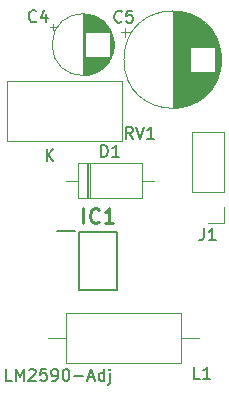
<source format=gbr>
%TF.GenerationSoftware,KiCad,Pcbnew,8.0.1-rc1*%
%TF.CreationDate,2024-11-19T18:39:50-08:00*%
%TF.ProjectId,LM2597-Adj,4c4d3235-3937-42d4-9164-6a2e6b696361,rev?*%
%TF.SameCoordinates,Original*%
%TF.FileFunction,Legend,Top*%
%TF.FilePolarity,Positive*%
%FSLAX46Y46*%
G04 Gerber Fmt 4.6, Leading zero omitted, Abs format (unit mm)*
G04 Created by KiCad (PCBNEW 8.0.1-rc1) date 2024-11-19 18:39:50*
%MOMM*%
%LPD*%
G01*
G04 APERTURE LIST*
%ADD10C,0.150000*%
%ADD11C,0.254000*%
%ADD12C,0.120000*%
%ADD13C,0.200000*%
%ADD14C,1.440000*%
%ADD15R,2.200000X2.200000*%
%ADD16O,2.200000X2.200000*%
%ADD17R,1.600000X1.600000*%
%ADD18C,1.600000*%
%ADD19R,1.700000X1.700000*%
%ADD20O,1.700000X1.700000*%
%ADD21C,2.000000*%
%ADD22O,2.000000X2.000000*%
%ADD23R,1.528000X0.650000*%
G04 APERTURE END LIST*
D10*
X160276990Y-95038246D02*
X159800800Y-95038246D01*
X159800800Y-95038246D02*
X159800800Y-94038246D01*
X160610324Y-95038246D02*
X160610324Y-94038246D01*
X160610324Y-94038246D02*
X160943657Y-94752531D01*
X160943657Y-94752531D02*
X161276990Y-94038246D01*
X161276990Y-94038246D02*
X161276990Y-95038246D01*
X161705562Y-94133484D02*
X161753181Y-94085865D01*
X161753181Y-94085865D02*
X161848419Y-94038246D01*
X161848419Y-94038246D02*
X162086514Y-94038246D01*
X162086514Y-94038246D02*
X162181752Y-94085865D01*
X162181752Y-94085865D02*
X162229371Y-94133484D01*
X162229371Y-94133484D02*
X162276990Y-94228722D01*
X162276990Y-94228722D02*
X162276990Y-94323960D01*
X162276990Y-94323960D02*
X162229371Y-94466817D01*
X162229371Y-94466817D02*
X161657943Y-95038246D01*
X161657943Y-95038246D02*
X162276990Y-95038246D01*
X163181752Y-94038246D02*
X162705562Y-94038246D01*
X162705562Y-94038246D02*
X162657943Y-94514436D01*
X162657943Y-94514436D02*
X162705562Y-94466817D01*
X162705562Y-94466817D02*
X162800800Y-94419198D01*
X162800800Y-94419198D02*
X163038895Y-94419198D01*
X163038895Y-94419198D02*
X163134133Y-94466817D01*
X163134133Y-94466817D02*
X163181752Y-94514436D01*
X163181752Y-94514436D02*
X163229371Y-94609674D01*
X163229371Y-94609674D02*
X163229371Y-94847769D01*
X163229371Y-94847769D02*
X163181752Y-94943007D01*
X163181752Y-94943007D02*
X163134133Y-94990627D01*
X163134133Y-94990627D02*
X163038895Y-95038246D01*
X163038895Y-95038246D02*
X162800800Y-95038246D01*
X162800800Y-95038246D02*
X162705562Y-94990627D01*
X162705562Y-94990627D02*
X162657943Y-94943007D01*
X163705562Y-95038246D02*
X163896038Y-95038246D01*
X163896038Y-95038246D02*
X163991276Y-94990627D01*
X163991276Y-94990627D02*
X164038895Y-94943007D01*
X164038895Y-94943007D02*
X164134133Y-94800150D01*
X164134133Y-94800150D02*
X164181752Y-94609674D01*
X164181752Y-94609674D02*
X164181752Y-94228722D01*
X164181752Y-94228722D02*
X164134133Y-94133484D01*
X164134133Y-94133484D02*
X164086514Y-94085865D01*
X164086514Y-94085865D02*
X163991276Y-94038246D01*
X163991276Y-94038246D02*
X163800800Y-94038246D01*
X163800800Y-94038246D02*
X163705562Y-94085865D01*
X163705562Y-94085865D02*
X163657943Y-94133484D01*
X163657943Y-94133484D02*
X163610324Y-94228722D01*
X163610324Y-94228722D02*
X163610324Y-94466817D01*
X163610324Y-94466817D02*
X163657943Y-94562055D01*
X163657943Y-94562055D02*
X163705562Y-94609674D01*
X163705562Y-94609674D02*
X163800800Y-94657293D01*
X163800800Y-94657293D02*
X163991276Y-94657293D01*
X163991276Y-94657293D02*
X164086514Y-94609674D01*
X164086514Y-94609674D02*
X164134133Y-94562055D01*
X164134133Y-94562055D02*
X164181752Y-94466817D01*
X164800800Y-94038246D02*
X164896038Y-94038246D01*
X164896038Y-94038246D02*
X164991276Y-94085865D01*
X164991276Y-94085865D02*
X165038895Y-94133484D01*
X165038895Y-94133484D02*
X165086514Y-94228722D01*
X165086514Y-94228722D02*
X165134133Y-94419198D01*
X165134133Y-94419198D02*
X165134133Y-94657293D01*
X165134133Y-94657293D02*
X165086514Y-94847769D01*
X165086514Y-94847769D02*
X165038895Y-94943007D01*
X165038895Y-94943007D02*
X164991276Y-94990627D01*
X164991276Y-94990627D02*
X164896038Y-95038246D01*
X164896038Y-95038246D02*
X164800800Y-95038246D01*
X164800800Y-95038246D02*
X164705562Y-94990627D01*
X164705562Y-94990627D02*
X164657943Y-94943007D01*
X164657943Y-94943007D02*
X164610324Y-94847769D01*
X164610324Y-94847769D02*
X164562705Y-94657293D01*
X164562705Y-94657293D02*
X164562705Y-94419198D01*
X164562705Y-94419198D02*
X164610324Y-94228722D01*
X164610324Y-94228722D02*
X164657943Y-94133484D01*
X164657943Y-94133484D02*
X164705562Y-94085865D01*
X164705562Y-94085865D02*
X164800800Y-94038246D01*
X165562705Y-94657293D02*
X166324610Y-94657293D01*
X166753181Y-94752531D02*
X167229371Y-94752531D01*
X166657943Y-95038246D02*
X166991276Y-94038246D01*
X166991276Y-94038246D02*
X167324609Y-95038246D01*
X168086514Y-95038246D02*
X168086514Y-94038246D01*
X168086514Y-94990627D02*
X167991276Y-95038246D01*
X167991276Y-95038246D02*
X167800800Y-95038246D01*
X167800800Y-95038246D02*
X167705562Y-94990627D01*
X167705562Y-94990627D02*
X167657943Y-94943007D01*
X167657943Y-94943007D02*
X167610324Y-94847769D01*
X167610324Y-94847769D02*
X167610324Y-94562055D01*
X167610324Y-94562055D02*
X167657943Y-94466817D01*
X167657943Y-94466817D02*
X167705562Y-94419198D01*
X167705562Y-94419198D02*
X167800800Y-94371579D01*
X167800800Y-94371579D02*
X167991276Y-94371579D01*
X167991276Y-94371579D02*
X168086514Y-94419198D01*
X168562705Y-94371579D02*
X168562705Y-95228722D01*
X168562705Y-95228722D02*
X168515086Y-95323960D01*
X168515086Y-95323960D02*
X168419848Y-95371579D01*
X168419848Y-95371579D02*
X168372229Y-95371579D01*
X168562705Y-94038246D02*
X168515086Y-94085865D01*
X168515086Y-94085865D02*
X168562705Y-94133484D01*
X168562705Y-94133484D02*
X168610324Y-94085865D01*
X168610324Y-94085865D02*
X168562705Y-94038246D01*
X168562705Y-94038246D02*
X168562705Y-94133484D01*
X170487544Y-74548344D02*
X170154211Y-74072153D01*
X169916116Y-74548344D02*
X169916116Y-73548344D01*
X169916116Y-73548344D02*
X170297068Y-73548344D01*
X170297068Y-73548344D02*
X170392306Y-73595963D01*
X170392306Y-73595963D02*
X170439925Y-73643582D01*
X170439925Y-73643582D02*
X170487544Y-73738820D01*
X170487544Y-73738820D02*
X170487544Y-73881677D01*
X170487544Y-73881677D02*
X170439925Y-73976915D01*
X170439925Y-73976915D02*
X170392306Y-74024534D01*
X170392306Y-74024534D02*
X170297068Y-74072153D01*
X170297068Y-74072153D02*
X169916116Y-74072153D01*
X170773259Y-73548344D02*
X171106592Y-74548344D01*
X171106592Y-74548344D02*
X171439925Y-73548344D01*
X172297068Y-74548344D02*
X171725640Y-74548344D01*
X172011354Y-74548344D02*
X172011354Y-73548344D01*
X172011354Y-73548344D02*
X171916116Y-73691201D01*
X171916116Y-73691201D02*
X171820878Y-73786439D01*
X171820878Y-73786439D02*
X171725640Y-73834058D01*
X167823456Y-76085691D02*
X167823456Y-75085691D01*
X167823456Y-75085691D02*
X168061551Y-75085691D01*
X168061551Y-75085691D02*
X168204408Y-75133310D01*
X168204408Y-75133310D02*
X168299646Y-75228548D01*
X168299646Y-75228548D02*
X168347265Y-75323786D01*
X168347265Y-75323786D02*
X168394884Y-75514262D01*
X168394884Y-75514262D02*
X168394884Y-75657119D01*
X168394884Y-75657119D02*
X168347265Y-75847595D01*
X168347265Y-75847595D02*
X168299646Y-75942833D01*
X168299646Y-75942833D02*
X168204408Y-76038072D01*
X168204408Y-76038072D02*
X168061551Y-76085691D01*
X168061551Y-76085691D02*
X167823456Y-76085691D01*
X169347265Y-76085691D02*
X168775837Y-76085691D01*
X169061551Y-76085691D02*
X169061551Y-75085691D01*
X169061551Y-75085691D02*
X168966313Y-75228548D01*
X168966313Y-75228548D02*
X168871075Y-75323786D01*
X168871075Y-75323786D02*
X168775837Y-75371405D01*
X163219646Y-76455691D02*
X163219646Y-75455691D01*
X163791074Y-76455691D02*
X163362503Y-75884262D01*
X163791074Y-75455691D02*
X163219646Y-76027119D01*
X169565685Y-64619942D02*
X169518066Y-64667562D01*
X169518066Y-64667562D02*
X169375209Y-64715181D01*
X169375209Y-64715181D02*
X169279971Y-64715181D01*
X169279971Y-64715181D02*
X169137114Y-64667562D01*
X169137114Y-64667562D02*
X169041876Y-64572323D01*
X169041876Y-64572323D02*
X168994257Y-64477085D01*
X168994257Y-64477085D02*
X168946638Y-64286609D01*
X168946638Y-64286609D02*
X168946638Y-64143752D01*
X168946638Y-64143752D02*
X168994257Y-63953276D01*
X168994257Y-63953276D02*
X169041876Y-63858038D01*
X169041876Y-63858038D02*
X169137114Y-63762800D01*
X169137114Y-63762800D02*
X169279971Y-63715181D01*
X169279971Y-63715181D02*
X169375209Y-63715181D01*
X169375209Y-63715181D02*
X169518066Y-63762800D01*
X169518066Y-63762800D02*
X169565685Y-63810419D01*
X170470447Y-63715181D02*
X169994257Y-63715181D01*
X169994257Y-63715181D02*
X169946638Y-64191371D01*
X169946638Y-64191371D02*
X169994257Y-64143752D01*
X169994257Y-64143752D02*
X170089495Y-64096133D01*
X170089495Y-64096133D02*
X170327590Y-64096133D01*
X170327590Y-64096133D02*
X170422828Y-64143752D01*
X170422828Y-64143752D02*
X170470447Y-64191371D01*
X170470447Y-64191371D02*
X170518066Y-64286609D01*
X170518066Y-64286609D02*
X170518066Y-64524704D01*
X170518066Y-64524704D02*
X170470447Y-64619942D01*
X170470447Y-64619942D02*
X170422828Y-64667562D01*
X170422828Y-64667562D02*
X170327590Y-64715181D01*
X170327590Y-64715181D02*
X170089495Y-64715181D01*
X170089495Y-64715181D02*
X169994257Y-64667562D01*
X169994257Y-64667562D02*
X169946638Y-64619942D01*
X176521874Y-82137589D02*
X176521874Y-82851874D01*
X176521874Y-82851874D02*
X176474255Y-82994731D01*
X176474255Y-82994731D02*
X176379017Y-83089970D01*
X176379017Y-83089970D02*
X176236160Y-83137589D01*
X176236160Y-83137589D02*
X176140922Y-83137589D01*
X177521874Y-83137589D02*
X176950446Y-83137589D01*
X177236160Y-83137589D02*
X177236160Y-82137589D01*
X177236160Y-82137589D02*
X177140922Y-82280446D01*
X177140922Y-82280446D02*
X177045684Y-82375684D01*
X177045684Y-82375684D02*
X176950446Y-82423303D01*
X176191305Y-94877599D02*
X175715115Y-94877599D01*
X175715115Y-94877599D02*
X175715115Y-93877599D01*
X177048448Y-94877599D02*
X176477020Y-94877599D01*
X176762734Y-94877599D02*
X176762734Y-93877599D01*
X176762734Y-93877599D02*
X176667496Y-94020456D01*
X176667496Y-94020456D02*
X176572258Y-94115694D01*
X176572258Y-94115694D02*
X176477020Y-94163313D01*
D11*
X166321814Y-81696345D02*
X166321814Y-80426345D01*
X167652291Y-81575392D02*
X167591815Y-81635869D01*
X167591815Y-81635869D02*
X167410386Y-81696345D01*
X167410386Y-81696345D02*
X167289434Y-81696345D01*
X167289434Y-81696345D02*
X167108005Y-81635869D01*
X167108005Y-81635869D02*
X166987053Y-81514916D01*
X166987053Y-81514916D02*
X166926576Y-81393964D01*
X166926576Y-81393964D02*
X166866100Y-81152059D01*
X166866100Y-81152059D02*
X166866100Y-80970630D01*
X166866100Y-80970630D02*
X166926576Y-80728726D01*
X166926576Y-80728726D02*
X166987053Y-80607773D01*
X166987053Y-80607773D02*
X167108005Y-80486821D01*
X167108005Y-80486821D02*
X167289434Y-80426345D01*
X167289434Y-80426345D02*
X167410386Y-80426345D01*
X167410386Y-80426345D02*
X167591815Y-80486821D01*
X167591815Y-80486821D02*
X167652291Y-80547297D01*
X168861815Y-81696345D02*
X168136100Y-81696345D01*
X168498957Y-81696345D02*
X168498957Y-80426345D01*
X168498957Y-80426345D02*
X168378005Y-80607773D01*
X168378005Y-80607773D02*
X168257053Y-80728726D01*
X168257053Y-80728726D02*
X168136100Y-80789202D01*
D10*
X162330424Y-64581520D02*
X162282805Y-64629140D01*
X162282805Y-64629140D02*
X162139948Y-64676759D01*
X162139948Y-64676759D02*
X162044710Y-64676759D01*
X162044710Y-64676759D02*
X161901853Y-64629140D01*
X161901853Y-64629140D02*
X161806615Y-64533901D01*
X161806615Y-64533901D02*
X161758996Y-64438663D01*
X161758996Y-64438663D02*
X161711377Y-64248187D01*
X161711377Y-64248187D02*
X161711377Y-64105330D01*
X161711377Y-64105330D02*
X161758996Y-63914854D01*
X161758996Y-63914854D02*
X161806615Y-63819616D01*
X161806615Y-63819616D02*
X161901853Y-63724378D01*
X161901853Y-63724378D02*
X162044710Y-63676759D01*
X162044710Y-63676759D02*
X162139948Y-63676759D01*
X162139948Y-63676759D02*
X162282805Y-63724378D01*
X162282805Y-63724378D02*
X162330424Y-63771997D01*
X163187567Y-64010092D02*
X163187567Y-64676759D01*
X162949472Y-63629140D02*
X162711377Y-64343425D01*
X162711377Y-64343425D02*
X163330424Y-64343425D01*
D12*
%TO.C,RV1*%
X159860208Y-69672558D02*
X159860208Y-74742558D01*
X159860208Y-69672558D02*
X169630208Y-69672558D01*
X159860208Y-74742558D02*
X169630208Y-74742558D01*
X169630208Y-69672558D02*
X169630208Y-74742558D01*
%TO.C,D1*%
X164821551Y-78100872D02*
X165841551Y-78100872D01*
X165841551Y-76630872D02*
X165841551Y-79570872D01*
X165841551Y-79570872D02*
X171281551Y-79570872D01*
X166621551Y-76630872D02*
X166621551Y-79570872D01*
X166741551Y-76630872D02*
X166741551Y-79570872D01*
X166861551Y-76630872D02*
X166861551Y-79570872D01*
X171281551Y-76630872D02*
X165841551Y-76630872D01*
X171281551Y-79570872D02*
X171281551Y-76630872D01*
X172301551Y-78100872D02*
X171281551Y-78100872D01*
%TO.C,C5*%
X169467217Y-65533426D02*
X170267217Y-65533426D01*
X169867217Y-65133426D02*
X169867217Y-65933426D01*
X173876915Y-63768426D02*
X173876915Y-71928426D01*
X173916915Y-63768426D02*
X173916915Y-71928426D01*
X173956915Y-63768426D02*
X173956915Y-71928426D01*
X173996915Y-63769426D02*
X173996915Y-71927426D01*
X174036915Y-63771426D02*
X174036915Y-71925426D01*
X174076915Y-63772426D02*
X174076915Y-71924426D01*
X174116915Y-63774426D02*
X174116915Y-71922426D01*
X174156915Y-63777426D02*
X174156915Y-71919426D01*
X174196915Y-63780426D02*
X174196915Y-71916426D01*
X174236915Y-63783426D02*
X174236915Y-71913426D01*
X174276915Y-63787426D02*
X174276915Y-71909426D01*
X174316915Y-63791426D02*
X174316915Y-71905426D01*
X174356915Y-63796426D02*
X174356915Y-71900426D01*
X174396915Y-63800426D02*
X174396915Y-71896426D01*
X174436915Y-63806426D02*
X174436915Y-71890426D01*
X174476915Y-63811426D02*
X174476915Y-71885426D01*
X174516915Y-63818426D02*
X174516915Y-71878426D01*
X174556915Y-63824426D02*
X174556915Y-71872426D01*
X174597915Y-63831426D02*
X174597915Y-71865426D01*
X174637915Y-63838426D02*
X174637915Y-71858426D01*
X174677915Y-63846426D02*
X174677915Y-71850426D01*
X174717915Y-63854426D02*
X174717915Y-71842426D01*
X174757915Y-63863426D02*
X174757915Y-71833426D01*
X174797915Y-63872426D02*
X174797915Y-71824426D01*
X174837915Y-63881426D02*
X174837915Y-71815426D01*
X174877915Y-63891426D02*
X174877915Y-71805426D01*
X174917915Y-63901426D02*
X174917915Y-71795426D01*
X174957915Y-63912426D02*
X174957915Y-71784426D01*
X174997915Y-63923426D02*
X174997915Y-71773426D01*
X175037915Y-63934426D02*
X175037915Y-71762426D01*
X175077915Y-63946426D02*
X175077915Y-71750426D01*
X175117915Y-63959426D02*
X175117915Y-71737426D01*
X175157915Y-63971426D02*
X175157915Y-71725426D01*
X175197915Y-63985426D02*
X175197915Y-71711426D01*
X175237915Y-63998426D02*
X175237915Y-71698426D01*
X175277915Y-64013426D02*
X175277915Y-71683426D01*
X175317915Y-64027426D02*
X175317915Y-71669426D01*
X175357915Y-64043426D02*
X175357915Y-66808426D01*
X175357915Y-68888426D02*
X175357915Y-71653426D01*
X175397915Y-64058426D02*
X175397915Y-66808426D01*
X175397915Y-68888426D02*
X175397915Y-71638426D01*
X175437915Y-64074426D02*
X175437915Y-66808426D01*
X175437915Y-68888426D02*
X175437915Y-71622426D01*
X175477915Y-64091426D02*
X175477915Y-66808426D01*
X175477915Y-68888426D02*
X175477915Y-71605426D01*
X175517915Y-64108426D02*
X175517915Y-66808426D01*
X175517915Y-68888426D02*
X175517915Y-71588426D01*
X175557915Y-64126426D02*
X175557915Y-66808426D01*
X175557915Y-68888426D02*
X175557915Y-71570426D01*
X175597915Y-64144426D02*
X175597915Y-66808426D01*
X175597915Y-68888426D02*
X175597915Y-71552426D01*
X175637915Y-64162426D02*
X175637915Y-66808426D01*
X175637915Y-68888426D02*
X175637915Y-71534426D01*
X175677915Y-64182426D02*
X175677915Y-66808426D01*
X175677915Y-68888426D02*
X175677915Y-71514426D01*
X175717915Y-64201426D02*
X175717915Y-66808426D01*
X175717915Y-68888426D02*
X175717915Y-71495426D01*
X175757915Y-64221426D02*
X175757915Y-66808426D01*
X175757915Y-68888426D02*
X175757915Y-71475426D01*
X175797915Y-64242426D02*
X175797915Y-66808426D01*
X175797915Y-68888426D02*
X175797915Y-71454426D01*
X175837915Y-64264426D02*
X175837915Y-66808426D01*
X175837915Y-68888426D02*
X175837915Y-71432426D01*
X175877915Y-64286426D02*
X175877915Y-66808426D01*
X175877915Y-68888426D02*
X175877915Y-71410426D01*
X175917915Y-64308426D02*
X175917915Y-66808426D01*
X175917915Y-68888426D02*
X175917915Y-71388426D01*
X175957915Y-64331426D02*
X175957915Y-66808426D01*
X175957915Y-68888426D02*
X175957915Y-71365426D01*
X175997915Y-64355426D02*
X175997915Y-66808426D01*
X175997915Y-68888426D02*
X175997915Y-71341426D01*
X176037915Y-64379426D02*
X176037915Y-66808426D01*
X176037915Y-68888426D02*
X176037915Y-71317426D01*
X176077915Y-64404426D02*
X176077915Y-66808426D01*
X176077915Y-68888426D02*
X176077915Y-71292426D01*
X176117915Y-64430426D02*
X176117915Y-66808426D01*
X176117915Y-68888426D02*
X176117915Y-71266426D01*
X176157915Y-64456426D02*
X176157915Y-66808426D01*
X176157915Y-68888426D02*
X176157915Y-71240426D01*
X176197915Y-64483426D02*
X176197915Y-66808426D01*
X176197915Y-68888426D02*
X176197915Y-71213426D01*
X176237915Y-64510426D02*
X176237915Y-66808426D01*
X176237915Y-68888426D02*
X176237915Y-71186426D01*
X176277915Y-64539426D02*
X176277915Y-66808426D01*
X176277915Y-68888426D02*
X176277915Y-71157426D01*
X176317915Y-64568426D02*
X176317915Y-66808426D01*
X176317915Y-68888426D02*
X176317915Y-71128426D01*
X176357915Y-64598426D02*
X176357915Y-66808426D01*
X176357915Y-68888426D02*
X176357915Y-71098426D01*
X176397915Y-64628426D02*
X176397915Y-66808426D01*
X176397915Y-68888426D02*
X176397915Y-71068426D01*
X176437915Y-64659426D02*
X176437915Y-66808426D01*
X176437915Y-68888426D02*
X176437915Y-71037426D01*
X176477915Y-64692426D02*
X176477915Y-66808426D01*
X176477915Y-68888426D02*
X176477915Y-71004426D01*
X176517915Y-64724426D02*
X176517915Y-66808426D01*
X176517915Y-68888426D02*
X176517915Y-70972426D01*
X176557915Y-64758426D02*
X176557915Y-66808426D01*
X176557915Y-68888426D02*
X176557915Y-70938426D01*
X176597915Y-64793426D02*
X176597915Y-66808426D01*
X176597915Y-68888426D02*
X176597915Y-70903426D01*
X176637915Y-64829426D02*
X176637915Y-66808426D01*
X176637915Y-68888426D02*
X176637915Y-70867426D01*
X176677915Y-64865426D02*
X176677915Y-66808426D01*
X176677915Y-68888426D02*
X176677915Y-70831426D01*
X176717915Y-64903426D02*
X176717915Y-66808426D01*
X176717915Y-68888426D02*
X176717915Y-70793426D01*
X176757915Y-64941426D02*
X176757915Y-66808426D01*
X176757915Y-68888426D02*
X176757915Y-70755426D01*
X176797915Y-64981426D02*
X176797915Y-66808426D01*
X176797915Y-68888426D02*
X176797915Y-70715426D01*
X176837915Y-65022426D02*
X176837915Y-66808426D01*
X176837915Y-68888426D02*
X176837915Y-70674426D01*
X176877915Y-65064426D02*
X176877915Y-66808426D01*
X176877915Y-68888426D02*
X176877915Y-70632426D01*
X176917915Y-65107426D02*
X176917915Y-66808426D01*
X176917915Y-68888426D02*
X176917915Y-70589426D01*
X176957915Y-65151426D02*
X176957915Y-66808426D01*
X176957915Y-68888426D02*
X176957915Y-70545426D01*
X176997915Y-65197426D02*
X176997915Y-66808426D01*
X176997915Y-68888426D02*
X176997915Y-70499426D01*
X177037915Y-65244426D02*
X177037915Y-66808426D01*
X177037915Y-68888426D02*
X177037915Y-70452426D01*
X177077915Y-65292426D02*
X177077915Y-66808426D01*
X177077915Y-68888426D02*
X177077915Y-70404426D01*
X177117915Y-65343426D02*
X177117915Y-66808426D01*
X177117915Y-68888426D02*
X177117915Y-70353426D01*
X177157915Y-65394426D02*
X177157915Y-66808426D01*
X177157915Y-68888426D02*
X177157915Y-70302426D01*
X177197915Y-65448426D02*
X177197915Y-66808426D01*
X177197915Y-68888426D02*
X177197915Y-70248426D01*
X177237915Y-65503426D02*
X177237915Y-66808426D01*
X177237915Y-68888426D02*
X177237915Y-70193426D01*
X177277915Y-65561426D02*
X177277915Y-66808426D01*
X177277915Y-68888426D02*
X177277915Y-70135426D01*
X177317915Y-65620426D02*
X177317915Y-66808426D01*
X177317915Y-68888426D02*
X177317915Y-70076426D01*
X177357915Y-65682426D02*
X177357915Y-66808426D01*
X177357915Y-68888426D02*
X177357915Y-70014426D01*
X177397915Y-65746426D02*
X177397915Y-66808426D01*
X177397915Y-68888426D02*
X177397915Y-69950426D01*
X177437915Y-65814426D02*
X177437915Y-69882426D01*
X177477915Y-65884426D02*
X177477915Y-69812426D01*
X177517915Y-65958426D02*
X177517915Y-69738426D01*
X177557915Y-66035426D02*
X177557915Y-69661426D01*
X177597915Y-66117426D02*
X177597915Y-69579426D01*
X177637915Y-66203426D02*
X177637915Y-69493426D01*
X177677915Y-66296426D02*
X177677915Y-69400426D01*
X177717915Y-66395426D02*
X177717915Y-69301426D01*
X177757915Y-66502426D02*
X177757915Y-69194426D01*
X177797915Y-66619426D02*
X177797915Y-69077426D01*
X177837915Y-66750426D02*
X177837915Y-68946426D01*
X177877915Y-66900426D02*
X177877915Y-68796426D01*
X177917915Y-67080426D02*
X177917915Y-68616426D01*
X177957915Y-67315426D02*
X177957915Y-68381426D01*
X177996915Y-67848426D02*
G75*
G02*
X169756915Y-67848426I-4120000J0D01*
G01*
X169756915Y-67848426D02*
G75*
G02*
X177996915Y-67848426I4120000J0D01*
G01*
%TO.C,J1*%
X175525208Y-79082770D02*
X175525208Y-73942770D01*
X178185208Y-73942770D02*
X175525208Y-73942770D01*
X178185208Y-79082770D02*
X175525208Y-79082770D01*
X178185208Y-79082770D02*
X178185208Y-73942770D01*
X178185208Y-80352770D02*
X178185208Y-81682770D01*
X178185208Y-81682770D02*
X176855208Y-81682770D01*
%TO.C,L1*%
X163322931Y-91424700D02*
X164832931Y-91424700D01*
X164832931Y-89304700D02*
X164832931Y-93544700D01*
X164832931Y-93544700D02*
X174572931Y-93544700D01*
X174572931Y-89304700D02*
X164832931Y-89304700D01*
X174572931Y-93544700D02*
X174572931Y-89304700D01*
X176082931Y-91424700D02*
X174572931Y-91424700D01*
D13*
%TO.C,IC1*%
X164111831Y-82322863D02*
X165638831Y-82322863D01*
X165988831Y-82450863D02*
X169184831Y-82450863D01*
X165988831Y-87354863D02*
X165988831Y-82450863D01*
X169184831Y-82450863D02*
X169184831Y-87354863D01*
X169184831Y-87354863D02*
X165988831Y-87354863D01*
D12*
%TO.C,C4*%
X163483490Y-65102536D02*
X163983490Y-65102536D01*
X163733490Y-64852536D02*
X163733490Y-65352536D01*
X166288265Y-63997536D02*
X166288265Y-69157536D01*
X166328265Y-63997536D02*
X166328265Y-69157536D01*
X166368265Y-63998536D02*
X166368265Y-69156536D01*
X166408265Y-63999536D02*
X166408265Y-69155536D01*
X166448265Y-64001536D02*
X166448265Y-69153536D01*
X166488265Y-64004536D02*
X166488265Y-69150536D01*
X166528265Y-64008536D02*
X166528265Y-65537536D01*
X166528265Y-67617536D02*
X166528265Y-69146536D01*
X166568265Y-64012536D02*
X166568265Y-65537536D01*
X166568265Y-67617536D02*
X166568265Y-69142536D01*
X166608265Y-64016536D02*
X166608265Y-65537536D01*
X166608265Y-67617536D02*
X166608265Y-69138536D01*
X166648265Y-64021536D02*
X166648265Y-65537536D01*
X166648265Y-67617536D02*
X166648265Y-69133536D01*
X166688265Y-64027536D02*
X166688265Y-65537536D01*
X166688265Y-67617536D02*
X166688265Y-69127536D01*
X166728265Y-64034536D02*
X166728265Y-65537536D01*
X166728265Y-67617536D02*
X166728265Y-69120536D01*
X166768265Y-64041536D02*
X166768265Y-65537536D01*
X166768265Y-67617536D02*
X166768265Y-69113536D01*
X166808265Y-64049536D02*
X166808265Y-65537536D01*
X166808265Y-67617536D02*
X166808265Y-69105536D01*
X166848265Y-64057536D02*
X166848265Y-65537536D01*
X166848265Y-67617536D02*
X166848265Y-69097536D01*
X166888265Y-64066536D02*
X166888265Y-65537536D01*
X166888265Y-67617536D02*
X166888265Y-69088536D01*
X166928265Y-64076536D02*
X166928265Y-65537536D01*
X166928265Y-67617536D02*
X166928265Y-69078536D01*
X166968265Y-64086536D02*
X166968265Y-65537536D01*
X166968265Y-67617536D02*
X166968265Y-69068536D01*
X167009265Y-64097536D02*
X167009265Y-65537536D01*
X167009265Y-67617536D02*
X167009265Y-69057536D01*
X167049265Y-64109536D02*
X167049265Y-65537536D01*
X167049265Y-67617536D02*
X167049265Y-69045536D01*
X167089265Y-64122536D02*
X167089265Y-65537536D01*
X167089265Y-67617536D02*
X167089265Y-69032536D01*
X167129265Y-64135536D02*
X167129265Y-65537536D01*
X167129265Y-67617536D02*
X167129265Y-69019536D01*
X167169265Y-64149536D02*
X167169265Y-65537536D01*
X167169265Y-67617536D02*
X167169265Y-69005536D01*
X167209265Y-64163536D02*
X167209265Y-65537536D01*
X167209265Y-67617536D02*
X167209265Y-68991536D01*
X167249265Y-64179536D02*
X167249265Y-65537536D01*
X167249265Y-67617536D02*
X167249265Y-68975536D01*
X167289265Y-64195536D02*
X167289265Y-65537536D01*
X167289265Y-67617536D02*
X167289265Y-68959536D01*
X167329265Y-64212536D02*
X167329265Y-65537536D01*
X167329265Y-67617536D02*
X167329265Y-68942536D01*
X167369265Y-64229536D02*
X167369265Y-65537536D01*
X167369265Y-67617536D02*
X167369265Y-68925536D01*
X167409265Y-64248536D02*
X167409265Y-65537536D01*
X167409265Y-67617536D02*
X167409265Y-68906536D01*
X167449265Y-64267536D02*
X167449265Y-65537536D01*
X167449265Y-67617536D02*
X167449265Y-68887536D01*
X167489265Y-64287536D02*
X167489265Y-65537536D01*
X167489265Y-67617536D02*
X167489265Y-68867536D01*
X167529265Y-64309536D02*
X167529265Y-65537536D01*
X167529265Y-67617536D02*
X167529265Y-68845536D01*
X167569265Y-64330536D02*
X167569265Y-65537536D01*
X167569265Y-67617536D02*
X167569265Y-68824536D01*
X167609265Y-64353536D02*
X167609265Y-65537536D01*
X167609265Y-67617536D02*
X167609265Y-68801536D01*
X167649265Y-64377536D02*
X167649265Y-65537536D01*
X167649265Y-67617536D02*
X167649265Y-68777536D01*
X167689265Y-64402536D02*
X167689265Y-65537536D01*
X167689265Y-67617536D02*
X167689265Y-68752536D01*
X167729265Y-64428536D02*
X167729265Y-65537536D01*
X167729265Y-67617536D02*
X167729265Y-68726536D01*
X167769265Y-64455536D02*
X167769265Y-65537536D01*
X167769265Y-67617536D02*
X167769265Y-68699536D01*
X167809265Y-64482536D02*
X167809265Y-65537536D01*
X167809265Y-67617536D02*
X167809265Y-68672536D01*
X167849265Y-64512536D02*
X167849265Y-65537536D01*
X167849265Y-67617536D02*
X167849265Y-68642536D01*
X167889265Y-64542536D02*
X167889265Y-65537536D01*
X167889265Y-67617536D02*
X167889265Y-68612536D01*
X167929265Y-64573536D02*
X167929265Y-65537536D01*
X167929265Y-67617536D02*
X167929265Y-68581536D01*
X167969265Y-64606536D02*
X167969265Y-65537536D01*
X167969265Y-67617536D02*
X167969265Y-68548536D01*
X168009265Y-64640536D02*
X168009265Y-65537536D01*
X168009265Y-67617536D02*
X168009265Y-68514536D01*
X168049265Y-64676536D02*
X168049265Y-65537536D01*
X168049265Y-67617536D02*
X168049265Y-68478536D01*
X168089265Y-64713536D02*
X168089265Y-65537536D01*
X168089265Y-67617536D02*
X168089265Y-68441536D01*
X168129265Y-64751536D02*
X168129265Y-65537536D01*
X168129265Y-67617536D02*
X168129265Y-68403536D01*
X168169265Y-64792536D02*
X168169265Y-65537536D01*
X168169265Y-67617536D02*
X168169265Y-68362536D01*
X168209265Y-64834536D02*
X168209265Y-65537536D01*
X168209265Y-67617536D02*
X168209265Y-68320536D01*
X168249265Y-64878536D02*
X168249265Y-65537536D01*
X168249265Y-67617536D02*
X168249265Y-68276536D01*
X168289265Y-64924536D02*
X168289265Y-65537536D01*
X168289265Y-67617536D02*
X168289265Y-68230536D01*
X168329265Y-64972536D02*
X168329265Y-65537536D01*
X168329265Y-67617536D02*
X168329265Y-68182536D01*
X168369265Y-65023536D02*
X168369265Y-65537536D01*
X168369265Y-67617536D02*
X168369265Y-68131536D01*
X168409265Y-65077536D02*
X168409265Y-65537536D01*
X168409265Y-67617536D02*
X168409265Y-68077536D01*
X168449265Y-65134536D02*
X168449265Y-65537536D01*
X168449265Y-67617536D02*
X168449265Y-68020536D01*
X168489265Y-65194536D02*
X168489265Y-65537536D01*
X168489265Y-67617536D02*
X168489265Y-67960536D01*
X168529265Y-65258536D02*
X168529265Y-65537536D01*
X168529265Y-67617536D02*
X168529265Y-67896536D01*
X168569265Y-65326536D02*
X168569265Y-65537536D01*
X168569265Y-67617536D02*
X168569265Y-67828536D01*
X168609265Y-65399536D02*
X168609265Y-67755536D01*
X168649265Y-65479536D02*
X168649265Y-67675536D01*
X168689265Y-65566536D02*
X168689265Y-67588536D01*
X168729265Y-65662536D02*
X168729265Y-67492536D01*
X168769265Y-65772536D02*
X168769265Y-67382536D01*
X168809265Y-65900536D02*
X168809265Y-67254536D01*
X168849265Y-66059536D02*
X168849265Y-67095536D01*
X168889265Y-66293536D02*
X168889265Y-66861536D01*
X168908265Y-66577536D02*
G75*
G02*
X163668265Y-66577536I-2620000J0D01*
G01*
X163668265Y-66577536D02*
G75*
G02*
X168908265Y-66577536I2620000J0D01*
G01*
%TD*%
%LPC*%
D14*
%TO.C,RV1*%
X167285208Y-72202558D03*
X164745208Y-72202558D03*
X162205208Y-72202558D03*
%TD*%
D15*
%TO.C,D1*%
X163481551Y-78100872D03*
D16*
X173641551Y-78100872D03*
%TD*%
D17*
%TO.C,C5*%
X171376915Y-67848426D03*
D18*
X176376915Y-67848426D03*
%TD*%
D19*
%TO.C,J1*%
X176855208Y-80352770D03*
D20*
X176855208Y-77812770D03*
X176855208Y-75272770D03*
%TD*%
D21*
%TO.C,L1*%
X177322931Y-91424700D03*
D22*
X162082931Y-91424700D03*
%TD*%
D23*
%TO.C,IC1*%
X164875831Y-82997863D03*
X164875831Y-84267863D03*
X164875831Y-85537863D03*
X164875831Y-86807863D03*
X170297831Y-86807863D03*
X170297831Y-85537863D03*
X170297831Y-84267863D03*
X170297831Y-82997863D03*
%TD*%
D17*
%TO.C,C4*%
X165038265Y-66577536D03*
D18*
X167538265Y-66577536D03*
%TD*%
%LPD*%
M02*

</source>
